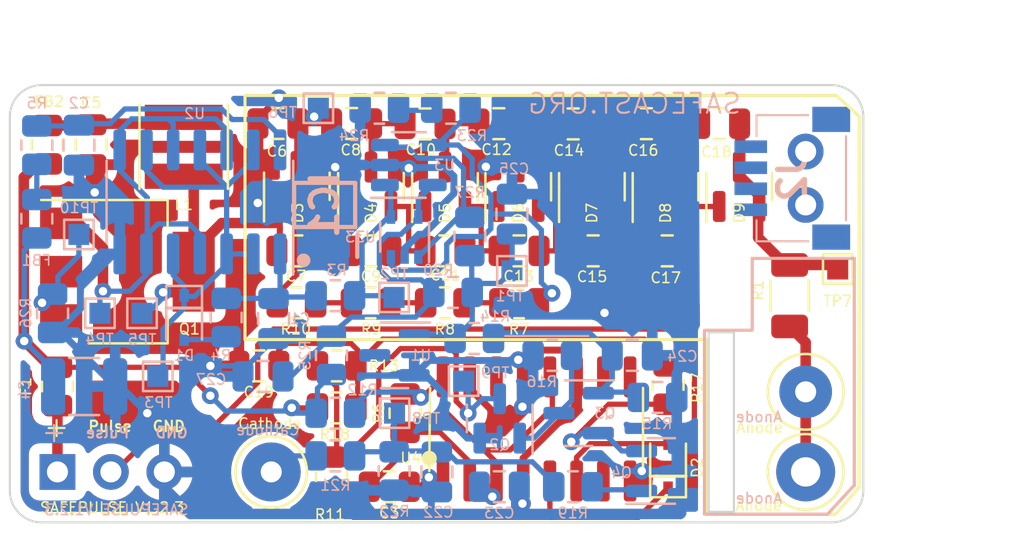
<source format=kicad_pcb>
(kicad_pcb (version 20210722) (generator pcbnew)
  (title_block (title "SafePulse High Voltage Geiger Muller Power Supply") (date "2021-05-15") (rev "V1.2.2"))
  (layers (0 "F.Cu" signal) (1 "In1.Cu" signal) (2 "In2.Cu" signal) (31 "B.Cu" signal) (34 "B.Paste" user) (35 "F.Paste" user) (36 "B.SilkS" user "B.Silkscreen") (37 "F.SilkS" user "F.Silkscreen") (38 "B.Mask" user) (39 "F.Mask" user) (44 "Edge.Cuts" user))
  (net 0 "")
  (net 1 "Net-(C1-Pad1)")
  (net 2 "Net-(C3-Pad1)")
  (net 3 "GND")
  (net 4 "Net-(C7-Pad1)")
  (net 5 "Net-(C7-Pad2)")
  (net 6 "Net-(C24-Pad1)")
  (net 7 "+3V3")
  (net 8 "Net-(Q2-Pad3)")
  (net 9 "Net-(Q2-Pad1)")
  (net 10 "Net-(C2-Pad1)")
  (net 11 "Net-(D1-Pad1)")
  (net 12 "+1V2")
  (net 13 "Net-(Q1-Pad1)")
  (net 14 "Net-(D1-Pad2)")
  (net 15 "Net-(D2-Pad1)")
  (net 16 "Net-(C22-Pad1)")
  (net 17 "Net-(FB1-Pad2)")
  (net 18 "Net-(H1-Pad1)")
  (net 19 "Net-(H2-Pad1)")
  (net 20 "Net-(R8-Pad2)")
  (net 21 "Net-(C19-Pad1)")
  (net 22 "Net-(D2-Pad2)")
  (net 23 "Net-(F1-Pad1)")
  (net 24 "Net-(R10-Pad2)")
  (net 25 "Net-(C23-Pad1)")
  (net 33 "Net-(Q3-Pad2)")
  (net 34 "Net-(Q4-Pad1)")
  (net 35 "Net-(R7-Pad2)")
  (net 36 "Net-(C27-Pad1)")
  (net 37 "Net-(Q1-Pad3)")
  (net 38 "Net-(C6-Pad2)")
  (net 39 "Net-(C10-Pad1)")
  (net 40 "Net-(C11-Pad1)")
  (net 41 "Net-(C10-Pad2)")
  (net 42 "Net-(C11-Pad2)")
  (net 43 "Net-(C12-Pad2)")
  (net 44 "Net-(C13-Pad2)")
  (net 45 "Net-(C14-Pad2)")
  (net 46 "Net-(C15-Pad2)")
  (net 47 "Net-(C16-Pad2)")
  (net 48 "Net-(C17-Pad2)")
  (net 49 "Net-(C18-Pad2)")
  (net 52 "Net-(R23-Pad2)")
  (net 53 "Net-(R27-Pad1)")
  (net 55 "Net-(R3-Pad2)")
  (net 56 "Net-(R23-Pad1)")
  (net 57 "Net-(IC1-Pad6)")
  (net 58 "Net-(IC1-Pad7)")
  (footprint "Capacitor_SMD:C_0805_2012Metric" (layer "F.Cu") (at 146.918666 65.05)
    (fp_text reference "C11")
    (fp_text value "0.1uF" hide)
  )
  (footprint "Resistor_SMD:R_0805_2012Metric" (layer "F.Cu") (at 128.5 71.501 90)
    (fp_text reference "F1")
    (fp_text value "Polyfuse" hide)
  )
  (footprint "Connector_PinHeader_2.54mm:PinHeader_1x02_P2.54mm_Vertical" (layer "F.Cu") (at 164.06 60.325)
    (fp_text reference "two_pinheader1" hide)
    (fp_text value "Conn_01x03_Male" hide)
  )
  (footprint "Capacitor_SMD:C_0805_2012Metric" (layer "F.Cu") (at 143.398333 65.05)
    (fp_text reference "C9")
    (fp_text value "0.1uF" hide)
  )
  (footprint "TestPoint:TestPoint_Loop_D3.50mm_Drill1.4mm_Beaded" (layer "F.Cu") (at 164.06 71.755 90)
    (fp_text reference "H2" hide)
    (fp_text value "Anode")
  )
  (footprint "TestPoint:TestPoint_Loop_D3.50mm_Drill1.4mm_Beaded" (layer "F.Cu") (at 164.06 75.565)
    (fp_text reference "H4" hide)
    (fp_text value "Anode")
  )
  (footprint "Package_TO_SOT_SMD:SOT-23" (layer "F.Cu") (at 157.4 62 90)
    (fp_text reference "D8")
    (fp_text value "BAV23S" hide)
  )
  (footprint "Package_TO_SOT_SMD:SOT-23" (layer "F.Cu") (at 143.4 62 90)
    (fp_text reference "D4")
    (fp_text value "BAV23S" hide)
  )
  (footprint "Capacitor_SMD:C_0805_2012Metric" (layer "F.Cu") (at 149.48 59)
    (fp_text reference "C12")
    (fp_text value "0.1uF" hide)
  )
  (footprint "Capacitor_SMD:C_0805_2012Metric" (layer "F.Cu") (at 150.438999 65.05)
    (fp_text reference "C13")
    (fp_text value "0.1uF" hide)
  )
  (footprint "Resistor_SMD:R_0805_2012Metric" (layer "F.Cu") (at 157.52 71.4325 -90)
    (fp_text reference "R17")
    (fp_text value "499k" hide)
  )
  (footprint "Capacitor_SMD:C_0805_2012Metric" (layer "F.Cu") (at 145.97 59.01)
    (fp_text reference "C10")
    (fp_text value "0.1uF" hide)
  )
  (footprint "Package_TO_SOT_SMD:SOT-23" (layer "F.Cu") (at 139.878 61.976 90)
    (fp_text reference "D3")
    (fp_text value "BAV23S" hide)
  )
  (footprint "Resistor_SMD:R_0805_2012Metric" (layer "F.Cu") (at 146.911998 67.52 180)
    (fp_text reference "R8")
    (fp_text value "22M" hide)
  )
  (footprint "Resistor_SMD:R_0805_2012Metric" (layer "F.Cu") (at 128.02 60 90)
    (fp_text reference "FB2")
    (fp_text value "74279220321" hide)
  )
  (footprint "Resistor_SMD:R_0805_2012Metric" (layer "F.Cu") (at 150.438999 67.52 180)
    (fp_text reference "R7")
    (fp_text value "22M" hide)
  )
  (footprint "Resistor_SMD:R_0805_2012Metric" (layer "F.Cu") (at 145.02 72.77 -90)
    (fp_text reference "R6")
    (fp_text value "121k" hide)
  )
  (footprint "Capacitor_SMD:C_0805_2012Metric" (layer "F.Cu") (at 153.959332 65.05)
    (fp_text reference "C15")
    (fp_text value "0.1uF" hide)
  )
  (footprint "Package_TO_SOT_SMD:SOT-23" (layer "F.Cu") (at 150.4 62 90)
    (fp_text reference "D6")
    (fp_text value "BAV23S" hide)
  )
  (footprint "TestPoint:TestPoint_Loop_D2.60mm_Drill1.4mm_Beaded" (layer "F.Cu") (at 138.66 75.565)
    (fp_text reference "H1" hide)
    (fp_text value "Cathode")
  )
  (footprint "Package_TO_SOT_SMD:SOT-23" (layer "F.Cu") (at 153.9 62 90)
    (fp_text reference "D7")
    (fp_text value "BAV23S" hide)
  )
  (footprint "Capacitor_SMD:C_0805_2012Metric" (layer "F.Cu") (at 138.98 58.99)
    (fp_text reference "C6")
    (fp_text value "0.1uF" hide)
  )
  (footprint "Capacitor_SMD:C_0805_2012Metric" (layer "F.Cu") (at 130.1 60 -90)
    (fp_text reference "C5")
    (fp_text value "10uF" hide)
  )
  (footprint "Connector_PinHeader_2.54mm:PinHeader_1x03_P2.54mm_Vertical" (layer "F.Cu") (at 128.5 75.565 90)
    (fp_text reference "J1" hide)
    (fp_text value "Conn_01x03_Male" hide)
  )
  (footprint "Resistor_SMD:R_1206_3216Metric" (layer "F.Cu") (at 163.298 67.183 -90)
    (fp_text reference "R1")
    (fp_text value "4.99M" hide)
  )
  (footprint "Capacitor_SMD:C_0805_2012Metric" (layer "F.Cu") (at 157.479665 65.05)
    (fp_text reference "C17")
    (fp_text value "0.1uF" hide)
  )
  (footprint "Resistor_SMD:R_0805_2012Metric" (layer "F.Cu") (at 141.77 72.52 180)
    (fp_text reference "R18")
    (fp_text value "1k" hide)
  )
  (footprint "Capacitor_SMD:C_0805_2012Metric" (layer "F.Cu") (at 139.878 65.05)
    (fp_text reference "C7")
    (fp_text value "0.1uF" hide)
  )
  (footprint "Capacitor_SMD:C_0805_2012Metric" (layer "F.Cu") (at 153.01 59.01)
    (fp_text reference "C14")
    (fp_text value "0.1uF" hide)
  )
  (footprint "Inductor_SMD:L_Taiyo-Yuden_MD-4040" (layer "F.Cu") (at 134.5 60.1 -90)
    (fp_text reference "L1")
    (fp_text value "4.7uH" hide)
  )
  (footprint "Resistor_SMD:R_0805_2012Metric" (layer "F.Cu") (at 141.52 75.77 90)
    (fp_text reference "R11")
    (fp_text value "33k" hide)
  )
  (footprint "Resistor_SMD:R_0805_2012Metric" (layer "F.Cu") (at 139.858 67.52)
    (fp_text reference "R10")
    (fp_text value "22M" hide)
  )
  (footprint "Capacitor_SMD:C_0805_2012Metric" (layer "F.Cu") (at 159.97 59)
    (fp_text reference "C18")
    (fp_text value "0.1uF" hide)
  )
  (footprint "Resistor_SMD:R_0805_2012Metric" (layer "F.Cu") (at 143.384999 67.52 180)
    (fp_text reference "R9")
    (fp_text value "22M" hide)
  )
  (footprint "Resistor_SMD:R_0805_2012Metric" (layer "F.Cu") (at 141.77 70.52 180)
    (fp_text reference "R13")
    (fp_text value "100k" hide)
  )
  (footprint "Capacitor_SMD:C_0805_2012Metric" (layer "F.Cu") (at 156.49 59)
    (fp_text reference "C16")
    (fp_text value "0.1uF" hide)
  )
  (footprint "Package_SO:SOIC-16_3.9x9.9mm_P1.27mm" (layer "F.Cu") (at 151.27 73.52 90)
    (fp_text reference "U4")
    (fp_text value "CD14538BM" hide)
  )
  (footprint "Package_TO_SOT_SMD:SOT-223-3_TabPin4" (layer "F.Cu") (at 131.826 66.04)
    (fp_text reference "Q1")
    (fp_text value "FQT7N10L" hide)
  )
  (footprint "Package_TO_SOT_SMD:SOT-23" (layer "F.Cu") (at 160.9 62 90)
    (fp_text reference "D9")
    (fp_text value "BAV23S" hide)
  )
  (footprint "Diode_SMD:D_SOD-323" (layer "F.Cu") (at 157.52 75.27 90)
    (fp_text reference "D2")
    (fp_text value "BAS16J" hide)
  )
  (footprint "TestPoint:TestPoint_Pad_1.0x1.0mm" (layer "F.Cu") (at 165.584 65.913)
    (fp_text reference "TP7")
    (fp_text value "TestPoint" hide)
  )
  (footprint "Capacitor_SMD:C_0805_2012Metric" (layer "F.Cu") (at 138.07 70.52 180)
    (fp_text reference "C19")
    (fp_text value "10uF" hide)
  )
  (footprint "Capacitor_SMD:C_0805_2012Metric" (layer "F.Cu") (at 142.48 58.99)
    (fp_text reference "C8")
    (fp_text value "0.1uF" hide)
  )
  (footprint "Package_TO_SOT_SMD:SOT-23" (layer "F.Cu") (at 146.918666 62 90)
    (fp_text reference "D5")
    (fp_text value "BAV23S" hide)
  )
  (footprint "Capacitor_SMD:C_0805_2012Metric" (layer "F.Cu") (at 144.27 76.27)
    (fp_text reference "C3")
    (fp_text value "1nF" hide)
  )
  (footprint "TestPoint:TestPoint_Pad_1.0x1.0mm" (layer "B.Cu") (at 132.52 68.02 180)
    (fp_text reference "TP5")
    (fp_text value "TestPoint" hide)
  )
  (footprint "Resistor_SMD:R_0805_2012Metric" (layer "B.Cu") (at 141.708 74.803)
    (fp_text reference "R21")
    (fp_text value "47k" hide)
  )
  (footprint "TestPoint:TestPoint_Pad_1.0x1.0mm" (layer "B.Cu") (at 150.1 66 180)
    (fp_text reference "TP1")
    (fp_text value "TestPoint" hide)
  )
  (footprint "Resistor_SMD:R_0805_2012Metric" (layer "B.Cu") (at 141.708 72.771)
    (fp_text reference "R12")
    (fp_text value "100" hide)
  )
  (footprint "Package_TO_SOT_SMD:SOT-23" (layer "B.Cu") (at 153.27 72.77 180)
    (fp_text reference "Q3")
    (fp_text value "MMBT3906" hide)
  )
  (footprint "TestPoint:TestPoint_Pad_1.0x1.0mm" (layer "B.Cu") (at 140.9 58.265 180)
    (fp_text reference "TP6")
    (fp_text value "TestPoint" hide)
  )
  (footprint "Resistor_SMD:R_0805_2012Metric" (layer "B.Cu") (at 143.8 58.265 180)
    (fp_text reference "R24")
    (fp_text value "22k" hide)
  )
  (footprint "Capacitor_SMD:C_0805_2012Metric" (layer "B.Cu") (at 149.5 76.27)
    (fp_text reference "C23")
    (fp_text value "10uF" hide)
  )
  (footprint "Capacitor_SMD:C_0805_2012Metric" (layer "B.Cu") (at 129.52 60.02 -90)
    (fp_text reference "C2")
    (fp_text value "10uF" hide)
  )
  (footprint "TestPoint:TestPoint_Pad_1.0x1.0mm" (layer "B.Cu") (at 133.27 71.02 180)
    (fp_text reference "TP3")
    (fp_text value "TestPoint" hide)
  )
  (footprint "Capacitor_SMD:C_0805_2012Metric" (layer "B.Cu") (at 155.82 70.02)
    (fp_text reference "C24")
    (fp_text value "10nF" hide)
  )
  (footprint "Resistor_SMD:R_0805_2012Metric" (layer "B.Cu") (at 141.52 70.02 90)
    (fp_text reference "R25")
    (fp_text value "100" hide)
  )
  (footprint "Resistor_SMD:R_0805_2012Metric" (layer "B.Cu") (at 144.502 75.52 -90)
    (fp_text reference "R22")
    (fp_text value "20k" hide)
  )
  (footprint "Diode_SMD:D_SOD-323" (layer "B.Cu") (at 134.52 68.22 -90)
    (fp_text reference "D1")
    (fp_text value "BAS16J" hide)
  )
  (footprint "Resistor_SMD:R_0805_2012Metric" (layer "B.Cu") (at 127.52 60.02 -90)
    (fp_text reference "R5")
    (fp_text value "100" hide)
  )
  (footprint "Capacitor_SMD:C_0805_2012Metric" (layer "B.Cu") (at 146.534 75.565 -90)
    (fp_text reference "C22")
    (fp_text value "390pF" hide)
  )
  (footprint "Package_TO_SOT_SMD:SOT-23" (layer "B.Cu") (at 157.2 75.52)
    (fp_text reference "Q4")
    (fp_text value "MMBT3906" hide)
  )
  (footprint "Resistor_SMD:R_0805_2012Metric" (layer "B.Cu") (at 147.3 67.024)
    (fp_text reference "R20")
    (fp_text value "118K" hide)
  )
  (footprint "Package_TO_SOT_SMD:SOT-23" (layer "B.Cu") (at 149.52 73.02 90)
    (fp_text reference "Q2")
    (fp_text value "BC846A" hide)
  )
  (footprint "TestPoint:TestPoint_Pad_1.0x1.0mm" (layer "B.Cu") (at 129.52 64.27 180)
    (fp_text reference "TP10")
    (fp_text value "TestPoint" hide)
  )
  (footprint "Resistor_SMD:R_0805_2012Metric" (layer "B.Cu") (at 147.2 58.265 180)
    (fp_text reference "R23")
    (fp_text value "1.54M" hide)
  )
  (footprint "Capacitor_SMD:C_0805_2012Metric" (layer "B.Cu") (at 138.77 68.27 -90)
    (fp_text reference "C1")
    (fp_text value "150pF" hide)
  )
  (footprint "Resistor_SMD:R_0805_2012Metric" (layer "B.Cu") (at 148.312 69.215)
    (fp_text reference "R14")
    (fp_text value "357k" hide)
  )
  (footprint "TestPoint:TestPoint_Pad_1.0x1.0mm" (layer "B.Cu") (at 144.5 67.265 180)
    (fp_text reference "TP2")
    (fp_text value "TestPoint" hide)
  )
  (footprint "TestPoint:TestPoint_Pad_1.0x1.0mm" (layer "B.Cu") (at 144.52 72.77 180)
    (fp_text reference "TP8")
    (fp_text value "TestPoint" hide)
  )
  (footprint "TestPoint:TestPoint_Pad_1.0x1.0mm" (layer "B.Cu") (at 147.804 71.247 180)
    (fp_text reference "TP9")
    (fp_text value "TestPoint" hide)
  )
  (footprint "Connector_Qwiic:4208" (layer "B.Cu") (at 163.425 61.595 -90)
    (fp_text reference "J2")
    (fp_text value "4208" hide)
  )
  (footprint "Package_SO:SOIC-14_3.9x8.7mm_P1.27mm" (layer "B.Cu") (at 135.27 62.72 90)
    (fp_text reference "U2")
    (fp_text value "74HC14" hide)
  )
  (footprint "Resistor_SMD:R_0805_2012Metric" (layer "B.Cu") (at 128.27 68.02 -90)
    (fp_text reference "R26")
    (fp_text value "0.1E" hide)
  )
  (footprint "Capacitor_SMD:C_0805_2012Metric" (layer "B.Cu") (at 138.27 71.02 180)
    (fp_text reference "C27")
    (fp_text value "10uF" hide)
  )
  (footprint "Resistor_SMD:R_0805_2012Metric" (layer "B.Cu") (at 141.708 67.183)
    (fp_text reference "R3")
    (fp_text value "100K" hide)
  )
  (footprint "Resistor_SMD:R_0805_2012Metric" (layer "B.Cu") (at 136.52 68.22 -90)
    (fp_text reference "R4")
    (fp_text value "10K" hide)
  )
  (footprint "Package_TO_SOT_SMD:SOT-23-5" (layer "B.Cu") (at 145.2 60.965)
    (fp_text reference "U3")
    (fp_text value "TLV27L1DBVT" hide)
  )
  (footprint "Resistor_SMD:R_0805_2012Metric" (layer "B.Cu") (at 157.02 72.02)
    (fp_text reference "R15")
    (fp_text value "220k" hide)
  )
  (footprint "TestPoint:TestPoint_Pad_1.0x1.0mm" (layer "B.Cu") (at 130.52 68.02 180)
    (fp_text reference "TP4")
    (fp_text value "TestPoint" hide)
  )
  (footprint "Package_TO_SOT_SMD:SOT-23" (layer "B.Cu") (at 144.52 70.02 180)
    (fp_text reference "U1")
    (fp_text value "TS4061AILT-1.25" hide)
  )
  (footprint "Resistor_SMD:R_0805_2012Metric" (layer "B.Cu") (at 152.02 70.02 180)
    (fp_text reference "R16")
    (fp_text value "1M" hide)
  )
  (footprint "Capacitor_SMD:C_0805_2012Metric" (layer "B.Cu") (at 150.1 63.3 90)
    (fp_text reference "C25")
    (fp_text value "10nF" hide)
  )
  (footprint "Resistor_SMD:R_0805_2012Metric" (layer "B.Cu") (at 127.52 63.52 90)
    (fp_text reference "FB1")
    (fp_text value "74279220321" hide)
  )
  (footprint "Resistor_SMD:R_0805_2012Metric" (layer "B.Cu") (at 148.1 64.365 -90)
    (fp_text reference "R27")
    (fp_text value "1.54M" hide)
  )
  (footprint "Capacitor_SMD:C_1210_3225Metric" (layer "B.Cu") (at 129.77 71.501)
    (fp_text reference "C4")
    (fp_text value "47uF" hide)
  )
  (footprint "Resistor_SMD:R_0805_2012Metric" (layer "B.Cu") (at 153 76.27 180)
    (fp_text reference "R19")
    (fp_text value "100k" hide)
  )
  (footprint "Counters:SOP65P400X80-8N" (layer "B.Cu") (at 141.2 62.865 90)
    (fp_text reference "IC1")
    (fp_text value "S-35770E01I-K8T2U" hide)
  )
  (footprint "Package_TO_SOT_SMD:SOT-353_SC-70-5" (layer "B.Cu") (at 145 64.389 90)
    (fp_text reference "U33")
    (fp_text value "MAX9910EXK+T" hide)
  )
  (gr_line (start 159.27 77.575) (end 165.1 77.575) (layer "B.SilkS") (width 0.15))
  (gr_line (start 166.37 76.2) (end 165.1 77.575) (layer "B.SilkS") (width 0.15))
  (gr_line (start 159.27 68.825) (end 161.495 68.825) (layer "B.SilkS") (width 0.15))
  (gr_line (start 161.52 65.405) (end 166.37 65.405) (layer "B.SilkS") (width 0.15))
  (gr_line (start 133.67 67.77) (end 135.37 67.77) (layer "B.SilkS") (width 0.15))
  (gr_line (start 166.37 65.405) (end 166.37 76.2) (layer "B.SilkS") (width 0.15))
  (gr_line (start 159.25 68.835) (end 159.25 77.575) (layer "B.SilkS") (width 0.15))
  (gr_circle (center 140.2 65.5) (end 139.95 65.5) (layer "B.SilkS") (width 0.15) (fill solid))
  (gr_line (start 161.52 68.825) (end 161.52 65.405) (layer "B.SilkS") (width 0.15))
  (gr_line (start 137.414 69.27) (end 159.4 69.27) (layer "F.SilkS") (width 0.15))
  (gr_line (start 158.37 75.77) (end 156.67 75.77) (layer "F.SilkS") (width 0.15))
  (gr_line (start 159.4 69.27) (end 159.4 77.57) (layer "F.SilkS") (width 0.15))
  (gr_line (start 159.4 77.585) (end 165.471 77.580787) (layer "F.SilkS") (width 0.15))
  (gr_line (start 137.414 69.27) (end 137.414 57.658) (layer "F.SilkS") (width 0.15))
  (gr_line (start 166.597 76.3) (end 165.471 77.580787) (layer "F.SilkS") (width 0.15))
  (gr_line (start 166.604 58.658) (end 166.597 76.3) (layer "F.SilkS") (width 0.15))
  (gr_line (start 165.52 57.658) (end 137.414 57.658) (layer "F.SilkS") (width 0.15))
  (gr_line (start 165.52 57.658) (end 166.604 58.658) (layer "F.SilkS") (width 0.15))
  (gr_arc (start 165.3 76.465) (end 166.8 76.465) (angle 90) (layer "Edge.Cuts") (width 0.1))
  (gr_line (start 165.3 77.965) (end 127.738 77.965) (layer "Edge.Cuts") (width 0.1))
  (gr_line (start 166.8 58.665) (end 166.8 76.465) (layer "Edge.Cuts") (width 0.1))
  (gr_arc (start 127.738 58.665) (end 126.238 58.665) (angle 90) (layer "Edge.Cuts") (width 0.1))
  (gr_arc (start 165.3 58.665) (end 165.3 57.165) (angle 90) (layer "Edge.Cuts") (width 0.1))
  (gr_rect (start 159.45 68.925) (end 160.65 77.465) (layer "Edge.Cuts") (width 0.1) (fill none))
  (gr_line (start 165.3 57.165) (end 127.738 57.165) (layer "Edge.Cuts") (width 0.1))
  (gr_arc (start 127.738 76.465) (end 126.238 76.465) (angle -90) (layer "Edge.Cuts") (width 0.1))
  (gr_line (start 126.238 76.465) (end 126.238 58.665) (layer "Edge.Cuts") (width 0.1))
  (gr_text "GND\n" (at 133.925 73.7) (layer "B.SilkS") (effects (font (size 0.5 0.5) (thickness 0.1)) (justify mirror)))
  (gr_text "SAFECAST.ORG" (at 155.93 58.045) (layer "B.SilkS") (effects (font (size 0.95 0.95) (thickness 0.1)) (justify mirror)))
  (gr_text "+" (at 128.341 73.64) (layer "B.SilkS") (effects (font (size 1 1) (thickness 0.1)) (justify mirror)))
  (gr_text "SAFEPULSE V1.2.3\n" (at 131.3 77.365) (layer "B.SilkS") (effects (font (size 0.5 0.5) (thickness 0.075)) (justify mirror)))
  (gr_text "Pulse" (at 130.881 73.7) (layer "B.SilkS") (effects (font (size 0.5 0.5) (thickness 0.1)) (justify mirror)))
  (gr_text "SAFEPULSE V1.2.3\n" (at 131.1 77.265) (layer "F.SilkS") (effects (font (size 0.5 0.5) (thickness 0.075))))
  (gr_text "+" (at 128.46 73.4) (layer "F.SilkS") (effects (font (size 1 1) (thickness 0.1))))
  (gr_text "Pulse" (at 131 73.4) (layer "F.SilkS") (effects (font (size 0.5 0.5) (thickness 0.1))))
  (gr_text "GND\n" (at 133.794 73.4) (layer "F.SilkS") (effects (font (size 0.5 0.5) (thickness 0.1))))
  (via (at 149.17 76.7435) (size 0.8) (drill 0.4) (layers "F.Cu" "B.Cu") (net 0))
  (via (at 145.77 72.02) (size 0.8) (drill 0.4) (layers "F.Cu" "B.Cu") (net 0))
  (segment (start 138.77 67.32) (end 138.845 67.245) (width 0.25) (layer "B.Cu") (net 1))
  (segment (start 138.758 67.3075) (end 138.77 67.32) (width 0.25) (layer "B.Cu") (net 1))
  (segment (start 139.08 65.195) (end 139.08 67.01) (width 0.25) (layer "B.Cu") (net 1))
  (segment (start 139.08 67.01) (end 138.77 67.32) (width 0.25) (layer "B.Cu") (net 1))
  (segment (start 138.845 67.245) (end 140.3825 67.245) (width 0.25) (layer "B.Cu") (net 1))
  (segment (start 136.52 67.3075) (end 138.758 67.3075) (width 0.25) (layer "B.Cu") (net 1))
  (segment (start 143.32 76.27) (end 145.02 74.57) (width 0.25) (layer "F.Cu") (net 2))
  (segment (start 148.095 75.095) (end 146.6825 73.6825) (width 0.25) (layer "F.Cu") (net 2))
  (segment (start 148.095 76.695) (end 148.095 75.995) (width 0.25) (layer "F.Cu") (net 2))
  (segment (start 145.02 74.57) (end 145.02 73.6825) (width 0.25) (layer "F.Cu") (net 2))
  (segment (start 148.095 75.995) (end 148.095 75.095) (width 0.25) (layer "F.Cu") (net 2))
  (segment (start 146.6825 73.6825) (end 145.02 73.6825) (width 0.25) (layer "F.Cu") (net 2))
  (segment (start 150.6 72.465) (end 150.045 73.02) (width 0.3302) (layer "F.Cu") (net 3))
  (segment (start 153.175 71.045) (end 153.175 72.365) (width 0.3302) (layer "F.Cu") (net 3))
  (segment (start 150.635 74.905) (end 150.635 75.995) (width 0.3302) (layer "F.Cu") (net 3))
  (segment (start 130.5 62.04) (end 130.27 62.27) (width 0.5) (layer "F.Cu") (net 3))
  (segment (start 130.5 60.95) (end 130.5 62.04) (width 0.5) (layer "F.Cu") (net 3))
  (segment (start 155.795 75.995) (end 155.715 75.995) (width 0.3302) (layer "F.Cu") (net 3))
  (segment (start 146.825 76.467) (end 146.825 75.995) (width 0.3302) (layer "F.Cu") (net 3))
  (segment (start 146.495 75.995) (end 146.825 75.995) (width 0.3302) (layer "F.Cu") (net 3))
  (segment (start 148.095 71.595) (end 148.095 71.045) (width 0.3302) (layer "F.Cu") (net 3))
  (segment (start 156.27 75.52) (end 155.795 75.995) (width 0.3302) (layer "F.Cu") (net 3))
  (segment (start 135.77 70.52) (end 137.12 70.52) (width 0.3302) (layer "F.Cu") (net 3))
  (segment (start 138.02 59.03) (end 138.05 59) (width 0.3302) (layer "F.Cu") (net 3))
  (segment (start 151 69.77) (end 152.83 69.77) (width 0.3302) (layer "F.Cu") (net 3))
  (segment (start 149.52 73.02) (end 148.095 71.595) (width 0.3302) (layer "F.Cu") (net 3))
  (segment (start 145.77 76.27) (end 146.27 75.77) (width 0.3302) (layer "F.Cu") (net 3))
  (segment (start 146.27 75.77) (end 146.495 75.995) (width 0.3302) (layer "F.Cu") (net 3))
  (segment (start 150.52 75.88) (end 150.635 75.995) (width 0.3302) (layer "F.Cu") (net 3))
  (segment (start 138.05 59) (end 138.05 58.65) (width 0.3302) (layer "F.Cu") (net 3))
  (segment (start 152.83 69.77) (end 153.175 70.115) (width 0.3302) (layer "F.Cu") (net 3))
  (segment (start 138.05 58.74) (end 139.02 57.77) (width 0.3302) (layer "F.Cu") (net 3))
  (segment (start 138.02 62.77) (end 138.02 59.03) (width 0.3302) (layer "F.Cu") (net 3))
  (segment (start 138.05 59) (end 138.05 58.74) (width 0.3302) (layer "F.Cu") (net 3))
  (segment (start 150.635 70.135) (end 151 69.77) (width 0.3302) (layer "F.Cu") (net 3))
  (segment (start 145.22 76.27) (end 145.77 76.27) (width 0.3302) (layer "F.Cu") (net 3))
  (segment (start 153.175 70.115) (end 153.175 71.045) (width 0.3302) (layer "F.Cu") (net 3))
  (segment (start 150.045 73.02) (end 149.52 73.02) (width 0.3302) (layer "F.Cu") (net 3))
  (segment (start 153.175 72.365) (end 150.635 74.905) (width 0.3302) (layer "F.Cu") (net 3))
  (segment (start 150.635 71.045) (end 150.635 70.135) (width 0.3302) (layer "F.Cu") (net 3))
  (via (at 145.2 61.113817) (size 0.8) (drill 0.4) (layers "F.Cu" "B.Cu") (net 3))
  (via (at 154.5 68) (size 0.8) (drill 0.4) (layers "F.Cu" "B.Cu") (net 3))
  (via (at 146.153 75.819) (size 0.8) (drill 0.4) (layers "F.Cu" "B.Cu") (net 3))
  (via (at 150.4 70.231) (size 0.8) (drill 0.4) (layers "F.Cu" "B.Cu") (net 3))
  (via (at 150.6 77.0725) (size 0.8) (drill 0.4) (layers "F.Cu" "B.Cu") (net 3))
  (via (at 132.77 72.77) (size 0.8) (drill 0.4) (layers "F.Cu" "B.Cu") (net 3))
  (via (at 141.7 61.065) (size 0.8) (drill 0.4) (layers "F.Cu" "B.Cu") (net 3))
  (via (at 148.861441 61.04987) (size 0.8) (drill 0.4) (layers "F.Cu" "B.Cu") (net 3))
  (via (at 138.02 62.77) (size 0.8) (drill 0.4) (layers "F.Cu" "B.Cu") (net 3))
  (via (at 156.27 75.52) (size 0.8) (drill 0.4) (layers "F.Cu" "B.Cu") (net 3))
  (via (at 150.6 72.465) (size 0.8) (drill 0.4) (layers "F.Cu" "B.Cu") (net 3))
  (via (at 135.77 70.52) (size 0.8) (drill 0.4) (layers "F.Cu" "B.Cu") (net 3))
  (via (at 130.27 62.27) (size 0.8) (drill 0.4) (layers "F.Cu" "B.Cu") (net 3))
  (via (at 139.02 57.77) (size 0.8) (drill 0.4) (layers "F.Cu" "B.Cu") (net 3))
  (segment (start 150.6 72.465) (end 150.4 72.665) (width 0.3302) (layer "B.Cu") (net 3))
  (segment (start 158.1375 77.5165) (end 158.141 77.52) (width 0.3302) (layer "B.Cu") (net 3))
  (segment (start 130.27 62.27) (end 129.52 61.52) (width 0.3302) (layer "B.Cu") (net 3))
  (segment (start 139.02 57.77) (end 139.25 58) (width 0.3302) (layer "B.Cu") (net 3))
  (segment (start 128.4525 68.9325) (end 128.27 68.9325) (width 0.3302) (layer "B.Cu") (net 3))
  (segment (start 131.318 70.612) (end 131.318 70.568) (width 0.25) (layer "B.Cu") (net 3))
  (segment (start 146.88 72.855) (end 147.9825 73.9575) (width 0.3302) (layer "B.Cu") (net 3))
  (segment (start 131.318 71.3415) (end 131.342 71.3415) (width 0.25) (layer "B.Cu") (net 3))
  (segment (start 137.52 70.52) (end 135.77 70.52) (width 0.25) (layer "B.Cu") (net 3))
  (segment (start 146.27 76.47) (end 146.27 77.52) (width 0.3302) (layer "B.Cu") (net 3))
  (segment (start 131.46 65.195) (end 131.46 63.465) (width 0.3302) (layer "B.Cu") (net 3))
  (segment (start 147.9825 73.9575) (end 148.57 73.9575) (width 0.3302) (layer "B.Cu") (net 3))
  (segment (start 131.46 65.195) (end 131.2 65.195) (width 0.3302) (layer "B.Cu") (net 3))
  (segment (start 146.6 63.065) (end 146.6 63.565) (width 0.3302) (layer "B.Cu") (net 3))
  (segment (start 150.08338 70.20662) (end 150.025 70.265) (width 0.3302) (layer "B.Cu") (net 3))
  (segment (start 131.501 71.501) (end 132.77 72.77) (width 0.3302) (layer "B.Cu") (net 3))
  (segment (start 133.58 75.565) (end 133.58 76.33) (width 0.3302) (layer "B.Cu") (net 3))
  (segment (start 144.0625 60.965) (end 145.051183 60.965) (width 0.3302) (layer "B.Cu") (net 3))
  (segment (start 156.27 75.52) (end 157.4575 75.52) (width 0.3302) (layer "B.Cu") (net 3))
  (segment (start 146.6 63.565) (end 145.9 64.265) (width 0.3302) (layer "B.Cu") (net 3))
  (segment (start 150.22 76.27) (end 150.22 77.47) (width 0.3302) (layer "B.Cu") (net 3))
  (segment (start 129.52 61.52) (end 129.52 60.97) (width 0.3302) (layer "B.Cu") (net 3))
  (segment (start 132.77 72.77) (end 133.52 72.77) (width 0.3302) (layer "B.Cu") (net 3))
  (segment (start 157.9325 72.02) (end 157.9325 75.315) (width 0.5) (layer "B.Cu") (net 3))
  (segment (start 144.27 76.4325) (end 144.27 77.52) (width 0.3302) (layer "B.Cu") (net 3))
  (segment (start 138.77 69.22) (end 138.77 69.27) (width 0.25) (layer "B.Cu") (net 3))
  (segment (start 131.46 63.465) (end 130.27 62.275) (width 0.3302) (layer "B.Cu") (net 3))
  (segment (start 133.58 73.58) (end 132.77 72.77) (width 0.3302) (layer "B.Cu") (net 3))
  (segment (start 146.1625 70.265) (end 145.4575 70.97) (width 0.3302) (layer "B.Cu") (net 3))
  (segment (start 145 64.9391) (end 145 65.339) (width 0.3302) (layer "B.Cu") (net 3))
  (segment (start 128.6765 68.9325) (end 128.27 68.9325) (width 0.3302) (layer "B.Cu") (net 3))
  (segment (start 145.226817 61.087) (end 146.932 61.087) (width 0.3302) (layer "B.Cu") (net 3))
  (segment (start 145.4575 70.97) (end 145.4575 70.8325) (width 0.3302) (layer "B.Cu") (net 3))
  (segment (start 145.051183 60.965) (end 145.2 61.113817) (width 0.3302) (layer "B.Cu") (net 3))
  (segment (start 158.096 77.565) (end 158.141 77.52) (width 0.5) (layer "B.Cu") (net 3))
  (segment (start 146.932 61.087) (end 147.34 61.495) (width 0.3302) (layer "B.Cu") (net 3))
  (segment (start 131.245 71.501) (end 128.6765 68.9325) (width 0.3302) (layer "B.Cu") (net 3))
  (segment (start 138.77 69.22) (end 138.57 69.22) (width 0.25) (layer "B.Cu") (net 3))
  (segment (start 131.2 65.195) (end 129.59 66.805) (width 0.3302) (layer "B.Cu") (net 3))
  (segment (start 138.77 69.27) (end 137.52 70.52) (width 0.25) (layer "B.Cu") (net 3))
  (segment (start 147.34 61.495) (end 147.34 62.325) (width 0.3302) (layer "B.Cu") (net 3))
  (segment (start 129.59 67.795) (end 128.4525 68.9325) (width 0.3302) (layer "B.Cu") (net 3))
  (segment (start 133.58 75.565) (end 133.58 73.58) (width 0.3302) (layer "B.Cu") (net 3))
  (segment (start 138.09 62.7) (end 138.02 62.77) (width 0.3302) (layer "B.Cu") (net 3))
  (segment (start 133.52 72.77) (end 135.77 70.52) (width 0.3302) (layer "B.Cu") (net 3))
  (segment (start 129.59 66.805) (end 129.59 67.795) (width 0.3302) (layer "B.Cu") (net 3))
  (segment (start 157.9325 75.315) (end 158.1375 75.52) (width 0.3302) (layer "B.Cu") (net 3))
  (segment (start 145.9 64.265) (end 145.6741 64.265) (width 0.3302) (layer "B.Cu") (net 3))
  (segment (start 131.318 70.568) (end 131.318 70.612) (width 0.25) (layer "B.Cu") (net 3))
  (segment (start 146.27 75.77) (end 146.27 76.47) (width 0.3302) (layer "B.Cu") (net 3))
  (segment (start 145.4575 70.97) (end 146.005 70.97) (width 0.3302) (layer "B.Cu") (net 3))
  (segment (start 131.318 71.3415) (end 131.318 70.612) (width 0.25) (layer "B.Cu") (net 3))
  (segment (start 134.815 77.565) (end 158.096 77.565) (width 0.5) (layer "B.Cu") (net 3))
  (segment (start 130.27 62.275) (end 130.27 62.27) (width 0.3302) (layer "B.Cu") (net 3))
  (segment (start 150.025 70.265) (end 146.1625 70.265) (width 0.3302) (layer "B.Cu") (net 3))
  (segment (start 131.245 71.501) (end 131.501 71.501) (width 0.3302) (layer "B.Cu") (net 3))
  (segment (start 131.318 72.068) (end 131.318 71.3415) (width 0.5) (layer "B.Cu") (net 3))
  (segment (start 146.88 71.845) (end 146.88 72.855) (width 0.3302) (layer "B.Cu") (net 3))
  (segment (start 158.1375 75.52) (end 158.1375 77.5165) (width 0.5) (layer "B.Cu") (net 3))
  (segment (start 133.58 76.33) (end 134.815 77.565) (width 0.5) (layer "B.Cu") (net 3))
  (segment (start 145.6741 64.265) (end 145 64.9391) (width 0.3302) (layer "B.Cu") (net 3))
  (segment (start 145.2 61.113817) (end 145.226817 61.087) (width 0.3302) (layer "B.Cu") (net 3))
  (segment (start 150.4 72.665) (end 150.393382 72.665) (width 0.3302) (layer "B.Cu") (net 3))
  (segment (start 151.02 69.4794) (end 151.02 70.569) (width 0.25) (layer "B.Cu") (net 3))
  (segment (start 147.34 62.325) (end 146.6 63.065) (width 0.3302) (layer "B.Cu") (net 3))
  (segment (start 146.005 70.97) (end 146.88 71.845) (width 0.3302) (layer "B.Cu") (net 3))
  (segment (start 134.976 64.064) (end 134.976 61.876) (width 0.5) (layer "F.Cu") (net 4))
  (segment (start 134.568 61.468) (end 134.5 61.4) (width 0.25) (layer "F.Cu") (net 4))
  (segment (start 139.05 64.03) (end 139.05 65) (width 0.25) (layer "F.Cu") (net 4))
  (segment (start 139.088 63.656) (end 139.088 63.992) (width 0.25) (layer "F.Cu") (net 4))
  (segment (start 134.976 66.04) (end 134.976 64.064) (width 0.5) (layer "F.Cu") (net 4))
  (segment (start 134.5 61.4) (end 134.609 61.4) (width 0.25) (layer "F.Cu") (net 4))
  (segment (start 138.873 63.726) (end 138.943 63.656) (width 0.25) (layer "F.Cu") (net 4))
  (segment (start 136.314 63.726) (end 134.976 65.064) (width 0.5) (layer "F.Cu") (net 4))
  (segment (start 133.4 61.4) (end 134.5 61.4) (width 0.25) (layer "F.Cu") (net 4))
  (segment (start 134.976 64.064) (end 134.976 66.04) (width 0.25) (layer "F.Cu") (net 4))
  (segment (start 138.873 63.726) (end 136.314 63.726) (width 0.5) (layer "F.Cu") (net 4))
  (segment (start 139.088 63.992) (end 139.05 64.03) (width 0.25) (layer "F.Cu") (net 4))
  (segment (start 133.52 67.02) (end 133.996 67.02) (width 0.5) (layer "F.Cu") (net 4))
  (segment (start 139.004 63.5954) (end 139.004 62.9135) (width 0.25) (layer "F.Cu") (net 4))
  (segment (start 138.943 63.656) (end 139.088 63.656) (width 0.25) (layer "F.Cu") (net 4))
  (segment (start 139.088 63.992) (end 139.088 64.328) (width 0.25) (layer "F.Cu") (net 4))
  (segment (start 138.943 63.656) (end 139.004 63.5954) (width 0.25) (layer "F.Cu") (net 4))
  (segment (start 134.568 61.468) (end 134.5 61.4) (width 0.25) (layer "F.Cu") (net 4))
  (segment (start 134.976 61.876) (end 134.568 61.468) (width 0.25) (layer "F.Cu") (net 4))
  (segment (start 134.976 65.064) (end 134.976 66.04) (width 0.5) (layer "F.Cu") (net 4))
  (via (at 133.52 67.02) (size 0.8) (drill 0.4) (layers "F.Cu" "B.Cu") (net 4))
  (segment (start 133.52 67.27) (end 133.52 67.02) (width 0.25) (layer "B.Cu") (net 4))
  (segment (start 132.52 68.27) (end 133.52 67.27) (width 0.25) (layer "B.Cu") (net 4))
  (segment (start 141.6295 65.0275) (end 141.607 65.05) (width 0.25) (layer "F.Cu") (net 5))
  (segment (start 142.448333 65.05) (end 141.607 65.05) (width 0.25) (layer "F.Cu") (net 5))
  (segment (start 141.6295 62.9135) (end 142.424333 62.9135) (width 0.25) (layer "F.Cu") (net 5))
  (segment (start 141.607 65.05) (end 140.828 65.05) (width 0.25) (layer "F.Cu") (net 5))
  (segment (start 142.628 62.859) (end 142.55 62.9375) (width 0.25) (layer "F.Cu") (net 5))
  (segment (start 141.6295 62.9135) (end 141.6295 65.0275) (width 0.25) (layer "F.Cu") (net 5))
  (segment (start 140.828 62.9135) (end 141.6295 62.9135) (width 0.25) (layer "F.Cu") (net 5))
  (segment (start 142.526 62.9135) (end 142.55 62.9375) (width 0.25) (layer "F.Cu") (net 5))
  (segment (start 142.424333 62.9135) (end 142.448333 62.9375) (width 0.25) (layer "F.Cu") (net 5))
  (segment (start 156.1075 72.02) (end 155.8575 71.77) (width 0.25) (layer "B.Cu") (net 6))
  (segment (start 154.87 70.02) (end 153.805 68.955) (width 0.25) (layer "B.Cu") (net 6))
  (segment (start 149.4845 68.955) (end 149.2245 69.215) (width 0.25) (layer "B.Cu") (net 6))
  (segment (start 155.8575 71.77) (end 154.2575 71.77) (width 0.25) (layer "B.Cu") (net 6))
  (segment (start 154.87 70.02) (end 154.87 71.1575) (width 0.25) (layer "B.Cu") (net 6))
  (segment (start 153.805 68.955) (end 149.4845 68.955) (width 0.25) (layer "B.Cu") (net 6))
  (segment (start 154.2575 71.77) (end 154.2075 71.82) (width 0.25) (layer "B.Cu") (net 6))
  (segment (start 154.87 71.1575) (end 154.2075 71.82) (width 0.25) (layer "B.Cu") (net 6))
  (segment (start 154.87 70.02) (end 154.77 70.02) (width 0.25) (layer "B.Cu") (net 6))
  (segment (start 154.3075 71.92) (end 154.2075 71.82) (width 0.25) (layer "B.Cu") (net 6))
  (segment (start 154.308 71.92) (end 154.3075 71.92) (width 0.25) (layer "B.Cu") (net 6))
  (segment (start 154.308 71.92) (end 154.208 71.82) (width 0.25) (layer "B.Cu") (net 6))
  (segment (start 156.108 72.02) (end 156.1075 72.02) (width 0.25) (layer "B.Cu") (net 6))
  (segment (start 126.9 61.556) (end 127.5235 60.9325) (width 0.5) (layer "F.Cu") (net 7))
  (segment (start 134.4121 70.5885) (end 128.5 70.5885) (width 0.25) (layer "F.Cu") (net 7))
  (segment (start 127.5235 60.9325) (end 128.02 60.9325) (width 0.5) (layer "F.Cu") (net 7))
  (segment (start 128 60.9125) (end 127.391 60.9125) (width 0.25) (layer "F.Cu") (net 7))
  (segment (start 139.6345 72.517) (end 139.6375 72.52) (width 0.25) (layer "F.Cu") (net 7))
  (segment (start 139.6375 72.52) (end 140.9455 72.52) (width 0.25) (layer "F.Cu") (net 7))
  (segment (start 126.756 69.3424) (end 126.9 69.1984) (width 0.5) (layer "F.Cu") (net 7))
  (segment (start 128.499 70.5875) (end 128.5 70.5885) (width 0.25) (layer "F.Cu") (net 7))
  (segment (start 128.412 70.5) (end 128.1 70.5) (width 0.5) (layer "F.Cu") (net 7))
  (segment (start 128.151 70.5875) (end 128.499 70.5875) (width 0.25) (layer "F.Cu") (net 7))
  (segment (start 128.5 70.5875) (end 128.412 70.5) (width 0.25) (layer "F.Cu") (net 7))
  (segment (start 126.9209 69.3424) (end 126.756 69.3424) (width 0.25) (layer "F.Cu") (net 7))
  (segment (start 135.7647 71.9411) (end 134.4121 70.5885) (width 0.25) (layer "F.Cu") (net 7))
  (segment (start 128.1 70.5) (end 126.9424 69.3424) (width 0.5) (layer "F.Cu") (net 7))
  (segment (start 126.9424 69.3424) (end 126.9209 69.3424) (width 0.5) (layer "F.Cu") (net 7))
  (segment (start 128.499 70.5875) (end 128.5 70.5875) (width 0.25) (layer "F.Cu") (net 7))
  (segment (start 127.391 60.9125) (end 128 60.9125) (width 0.25) (layer "F.Cu") (net 7))
  (segment (start 126.9 69.1984) (end 126.9 61.556) (width 0.5) (layer "F.Cu") (net 7))
  (via (at 139.6345 72.517) (size 0.8) (drill 0.4) (layers "F.Cu" "B.Cu") (net 7))
  (via (at 135.7647 71.9411) (size 0.8) (drill 0.4) (layers "F.Cu" "B.Cu") (net 7))
  (via (at 126.9209 69.3424) (size 0.8) (drill 0.4) (layers "F.Cu" "B.Cu") (net 7))
  (segment (start 128.368 71.3415) (end 128.368 70.7895) (width 0.25) (layer "B.Cu") (net 7))
  (segment (start 139.6345 72.6686) (end 136.4922 72.6686) (width 0.25) (layer "B.Cu") (net 7))
  (segment (start 139.7359 72.77) (end 139.6345 72.6686) (width 0.25) (layer "B.Cu") (net 7))
  (segment (start 140.8575 72.77) (end 140.8575 71.595) (width 0.25) (layer "B.Cu") (net 7))
  (segment (start 136.4922 72.6686) (end 135.7647 71.9411) (width 0.25) (layer "B.Cu") (net 7))
  (segment (start 127.0831 69.1802) (end 126.9209 69.3424) (width 0.25) (layer "B.Cu") (net 7))
  (segment (start 140.3793 72.77) (end 139.7359 72.77) (width 0.25) (layer "B.Cu") (net 7))
  (segment (start 128.368 70.7895) (end 126.9209 69.3424) (width 0.25) (layer "B.Cu") (net 7))
  (segment (start 126.9209 65.0316) (end 127.52 64.4325) (width 0.25) (layer "B.Cu") (net 7))
  (segment (start 140.695 72.77) (end 140.695 72.4543) (width 0.25) (layer "B.Cu") (net 7))
  (segment (start 126.9209 69.3424) (end 126.9209 65.0316) (width 0.25) (layer "B.Cu") (net 7))
  (segment (start 140.8575 71.595) (end 141.52 70.9325) (width 0.25) (layer "B.Cu") (net 7))
  (segment (start 140.695 72.4543) (end 140.3793 72.77) (width 0.25) (layer "B.Cu") (net 7))
  (segment (start 139.6345 72.6686) (end 139.6345 72.517) (width 0.25) (layer "B.Cu") (net 7))
  (segment (start 141.77 71.52) (end 141.77 74.6075) (width 0.25) (layer "F.Cu") (net 8))
  (segment (start 143.77 70.73) (end 144.8 69.7) (width 0.25) (layer "F.Cu") (net 8))
  (segment (start 142.1825 74.8575) (end 143.77 73.27) (width 0.25) (layer "F.Cu") (net 8))
  (segment (start 141.77 74.6075) (end 141.52 74.8575) (width 0.25) (layer "F.Cu") (net 8))
  (segment (start 147.45 72.2) (end 148.02 72.77) (width 0.25) (layer "F.Cu") (net 8))
  (segment (start 143.77 73.27) (end 143.77 70.73) (width 0.25) (layer "F.Cu") (net 8))
  (segment (start 147.2 69.7) (end 147.45 69.95) (width 0.25) (layer "F.Cu") (net 8))
  (segment (start 140.8575 70.52) (end 140.8575 70.6075) (width 0.25) (layer "F.Cu") (net 8))
  (segment (start 144.8 69.7) (end 147.2 69.7) (width 0.25) (layer "F.Cu") (net 8))
  (segment (start 147.45 69.95) (end 147.45 72.2) (width 0.25) (layer "F.Cu") (net 8))
  (segment (start 140.8575 70.6075) (end 141.77 71.52) (width 0.25) (layer "F.Cu") (net 8))
  (via (at 148.02 72.77) (size 0.8) (drill 0.4) (layers "F.Cu" "B.Cu") (net 8))
  (segment (start 148.7075 72.0825) (end 149.52 72.0825) (width 0.25) (layer "B.Cu") (net 8))
  (segment (start 149.4575 72.02) (end 149.5133 72.0757) (width 0.25) (layer "B.Cu") (net 8))
  (segment (start 148.02 71.385) (end 148.02 72.77) (width 0.25) (layer "B.Cu") (net 8))
  (segment (start 147.9 71.265) (end 148.02 71.385) (width 0.25) (layer "B.Cu") (net 8))
  (segment (start 148.02 72.77) (end 148.7075 72.0825) (width 0.25) (layer "B.Cu") (net 8))
  (segment (start 149.5133 72.0757) (end 149.52 72.0825) (width 0.25) (layer "B.Cu") (net 8))
  (segment (start 151.7385 73.3637) (end 152.332 72.77) (width 0.25) (layer "B.Cu") (net 9))
  (segment (start 150.47 73.9575) (end 151.145 73.9575) (width 0.25) (layer "B.Cu") (net 9))
  (segment (start 152.9325 72.17) (end 152.3325 72.77) (width 0.25) (layer "B.Cu") (net 9))
  (segment (start 151.7385 73.3637) (end 151.7388 73.3637) (width 0.25) (layer "B.Cu") (net 9))
  (segment (start 152.9325 70.02) (end 152.9325 72.17) (width 0.25) (layer "B.Cu") (net 9))
  (segment (start 151.145 73.9575) (end 151.7385 73.3637) (width 0.25) (layer "B.Cu") (net 9))
  (segment (start 151.7388 73.3637) (end 152.3325 72.77) (width 0.25) (layer "B.Cu") (net 9))
  (segment (start 136.3 58.3) (end 136.8 58.8) (width 0.25) (layer "B.Cu") (net 10))
  (segment (start 136.8 58.8) (end 138.3 58.8) (width 0.25) (layer "B.Cu") (net 10))
  (segment (start 131.7 58.3) (end 136.3 58.3) (width 0.25) (layer "B.Cu") (net 10))
  (segment (start 129.52 59.07) (end 129.59 59) (width 0.25) (layer "B.Cu") (net 10))
  (segment (start 127.52 59.1075) (end 129.4825 59.1075) (width 0.25) (layer "B.Cu") (net 10))
  (segment (start 139.08 59.58) (end 139.08 60.245) (width 0.25) (layer "B.Cu") (net 10))
  (segment (start 129.59 59) (end 131 59) (width 0.25) (layer "B.Cu") (net 10))
  (segment (start 129.4825 59.1075) (end 129.52 59.07) (width 0.25) (layer "B.Cu") (net 10))
  (segment (start 138.3 58.8) (end 139.08 59.58) (width 0.25) (layer "B.Cu") (net 10))
  (segment (start 131 59) (end 131.7 58.3) (width 0.25) (layer "B.Cu") (net 10))
  (segment (start 132.73 60.245) (end 132.73 59.76) (width 0.25) (layer "B.Cu") (net 11))
  (segment (start 137.81 60.245) (end 137.81 60.73) (width 0.25) (layer "B.Cu") (net 11))
  (segment (start 132.73 61.23) (end 133.52 62.02) (width 0.25) (layer "B.Cu") (net 11))
  (segment (start 134.52 67.77) (end 133.52 68.77) (width 0.25) (layer "B.Cu") (net 11))
  (segment (start 134.52 67.17) (end 134.52 66.72) (width 0.25) (layer "B.Cu") (net 11))
  (segment (start 134.52 66.72) (end 134 66.2) (width 0.25) (layer "B.Cu") (net 11))
  (segment (start 136.54 65.7) (end 135.02 67.22) (width 0.25) (layer "B.Cu") (net 11))
  (segment (start 132.73 60.245) (end 132.73 61.23) (width 0.25) (layer "B.Cu") (net 11))
  (segment (start 135.27 60.245) (end 135.27 61.02) (width 0.25) (layer "B.Cu") (net 11))
  (segment (start 137.77 60.285) (end 137.81 60.245) (width 0.25) (layer "B.Cu") (net 11))
  (segment (start 136.54 65.195) (end 137.81 65.195) (width 0.25) (layer "B.Cu") (net 11))
  (segment (start 134.02 65.175) (end 134 65.195) (width 0.25) (layer "B.Cu") (net 11))
  (segment (start 133.52 70.77) (end 133.27 71.02) (width 0.25) (layer "B.Cu") (net 11))
  (segment (start 134.57 67.22) (end 134.52 67.17) (width 0.25) (layer "B.Cu") (net 11))
  (segment (start 136.54 62) (end 135.27 60.73) (width 0.25) (layer "B.Cu") (net 11))
  (segment (start 137.77 60.77) (end 137.77 60.285) (width 0.25) (layer "B.Cu") (net 11))
  (segment (start 136.54 65.195) (end 136.54 62.25) (width 0.25) (layer "B.Cu") (net 11))
  (segment (start 133.52 62.02) (end 136.52 62.02) (width 0.25) (layer "B.Cu") (net 11))
  (segment (start 136.54 65.195) (end 136.54 65.7) (width 0.25) (layer "B.Cu") (net 11))
  (segment (start 134.52 67.17) (end 134.52 67.77) (width 0.25) (layer "B.Cu") (net 11))
  (segment (start 135.27 60.73) (end 135.27 60.245) (width 0.25) (layer "B.Cu") (net 11))
  (segment (start 133.52 68.77) (end 133.52 70.77) (width 0.25) (layer "B.Cu") (net 11))
  (segment (start 136.54 62.25) (end 136.54 62) (width 0.25) (layer "B.Cu") (net 11))
  (segment (start 134 66.2) (end 134 65.195) (width 0.25) (layer "B.Cu") (net 11))
  (segment (start 136.54 62) (end 137.81 60.73) (width 0.25) (layer "B.Cu") (net 11))
  (segment (start 135.27 60.245) (end 135.27 60.98) (width 0.25) (layer "B.Cu") (net 11))
  (segment (start 135.02 67.22) (end 134.57 67.22) (width 0.25) (layer "B.Cu") (net 11))
  (segment (start 135.27 59.47) (end 135.27 60.245) (width 0.25) (layer "B.Cu") (net 11))
  (segment (start 148.4125 66.8875) (end 148.4125 66.6) (width 0.25) (layer "B.Cu") (net 12))
  (segment (start 148.19 66.3775) (end 148.19 65.49) (width 0.25) (layer "B.Cu") (net 12))
  (segment (start 148.4125 66.6) (end 148.19 66.3775) (width 0.25) (layer "B.Cu") (net 12))
  (segment (start 150.1 66) (end 150.11 66) (width 0.25) (layer "B.Cu") (net 12))
  (segment (start 150.11 64.26) (end 150.1 64.25) (width 0.25) (layer "B.Cu") (net 12))
  (segment (start 148.4125 66.6) (end 149.5 66.6) (width 0.25) (layer "B.Cu") (net 12))
  (segment (start 145.4575 69.07) (end 145.5025 69.025) (width 0.25) (layer "B.Cu") (net 12))
  (segment (start 149.5 66.6) (end 150.1 66) (width 0.25) (layer "B.Cu") (net 12))
  (segment (start 149.75 63.9) (end 150.1 64.25) (width 0.25) (layer "B.Cu") (net 12))
  (segment (start 148.2125 68.402) (end 147.3995 69.215) (width 0.25) (layer "B.Cu") (net 12))
  (segment (start 150.11 66) (end 150.11 64.26) (width 0.25) (layer "B.Cu") (net 12))
  (segment (start 145.5025 69.025) (end 147.0625 69.025) (width 0.25) (layer "B.Cu") (net 12))
  (segment (start 148.2125 67.024) (end 148.2125 68.402) (width 0.25) (layer "B.Cu") (net 12))
  (segment (start 145.72 69.07) (end 145.4575 69.07) (width 0.25) (layer "B.Cu") (net 12))
  (segment (start 128.777 63.74) (end 128.676 63.74) (width 0.25) (layer "F.Cu") (net 13))
  (segment (start 129.49 63.74) (end 128.777 63.74) (width 0.25) (layer "F.Cu") (net 13))
  (segment (start 130.664198 64.914198) (end 130.664198 66.968888) (width 0.5) (layer "F.Cu") (net 13))
  (segment (start 128.777 63.74) (end 128.676 63.74) (width 0.25) (layer "F.Cu") (net 13))
  (segment (start 129.49 63.74) (end 130.664198 64.914198) (width 0.5) (layer "F.Cu") (net 13))
  (via (at 130.664198 66.968888) (size 0.8) (drill 0.4) (layers "F.Cu" "B.Cu") (net 13))
  (segment (start 132.02 58.77) (end 133.77 58.77) (width 0.25) (layer "B.Cu") (net 13))
  (segment (start 132.73 65.195) (end 132.73 66.17) (width 0.25) (layer "B.Cu") (net 13))
  (segment (start 131.46 60.245) (end 131.46 61.21) (width 0.25) (layer "B.Cu") (net 13))
  (segment (start 135.27 64.27) (end 135.27 65.195) (width 0.25) (layer "B.Cu") (net 13))
  (segment (start 132.73 64.31) (end 133.27 63.77) (width 0.25) (layer "B.Cu") (net 13))
  (segment (start 132.77 65.155) (end 132.73 65.195) (width 0.25) (layer "B.Cu") (net 13))
  (segment (start 133.77 58.77) (end 136.02 58.77) (width 0.25) (layer "B.Cu") (net 13))
  (segment (start 131.46 61.21) (end 132.77 62.52) (width 0.25) (layer "B.Cu") (net 13))
  (segment (start 130.52 68.27) (end 130.52 67.113086) (width 0.25) (layer "B.Cu") (net 13))
  (segment (start 134.77 63.77) (end 135.27 64.27) (width 0.25) (layer "B.Cu") (net 13))
  (segment (start 131.46 60.245) (end 131.46 59.33) (width 0.25) (layer "B.Cu") (net 13))
  (segment (start 133.27 63.77) (end 134.77 63.77) (width 0.25) (layer "B.Cu") (net 13))
  (segment (start 131.931112 66.968888) (end 130.664198 66.968888) (width 0.25) (layer "B.Cu") (net 13))
  (segment (start 132.77 62.52) (end 132.77 65.155) (width 0.25) (layer "B.Cu") (net 13))
  (segment (start 132.73 65.195) (end 132.73 64.31) (width 0.25) (layer "B.Cu") (net 13))
  (segment (start 136.02 58.77) (end 136.54 59.29) (width 0.25) (layer "B.Cu") (net 13))
  (segment (start 134 59) (end 134 60.245) (width 0.25) (layer "B.Cu") (net 13))
  (segment (start 133.77 58.77) (end 134 59) (width 0.25) (layer "B.Cu") (net 13))
  (segment (start 136.54 59.29) (end 136.54 60.245) (width 0.25) (layer "B.Cu") (net 13))
  (segment (start 132.73 66.17) (end 131.931112 66.968888) (width 0.25) (layer "B.Cu") (net 13))
  (segment (start 131.46 59.33) (end 132.02 58.77) (width 0.25) (layer "B.Cu") (net 13))
  (segment (start 130.52 67.113086) (end 130.664198 66.968888) (width 0.25) (layer "B.Cu") (net 13))
  (segment (start 136.382 69.27) (end 136.52 69.1325) (width 0.25) (layer "B.Cu") (net 14))
  (segment (start 134.52 69.27) (end 136.382 69.27) (width 0.25) (layer "B.Cu") (net 14))
  (segment (start 151.905 77.155) (end 151.905 75.995) (width 0.25) (layer "F.Cu") (net 15))
  (segment (start 151.974 77.724) (end 142.5615 77.724) (width 0.25) (layer "F.Cu") (net 15))
  (segment (start 156.116 77.724) (end 155.974 77.724) (width 0.25) (layer "F.Cu") (net 15))
  (segment (start 142.5615 77.724) (end 141.52 76.6825) (width 0.25) (layer "F.Cu") (net 15))
  (segment (start 151.905 77.655) (end 151.974 77.724) (width 0.25) (layer "F.Cu") (net 15))
  (segment (start 155.974 77.724) (end 151.974 77.724) (width 0.25) (layer "F.Cu") (net 15))
  (segment (start 151.905 75.995) (end 151.905 77.655) (width 0.25) (layer "F.Cu") (net 15))
  (segment (start 157.52 76.32) (end 156.116 77.724) (width 0.25) (layer "F.Cu") (net 15))
  (segment (start 142.816 74.6075) (end 144.27 74.6075) (width 0.25) (layer "B.Cu") (net 16))
  (segment (start 147.01 74.615) (end 146.534 74.615) (width 0.25) (layer "B.Cu") (net 16))
  (segment (start 144.308 74.57) (end 144.27 74.6075) (width 0.25) (layer "B.Cu") (net 16))
  (segment (start 146.27 74.57) (end 144.308 74.57) (width 0.25) (layer "B.Cu") (net 16))
  (segment (start 151.8575 75.8725) (end 151.07 75.085) (width 0.25) (layer "B.Cu") (net 16))
  (segment (start 142.6205 74.803) (end 142.816 74.6075) (width 0.25) (layer "B.Cu") (net 16))
  (segment (start 144.502 74.6075) (end 144.52 72.77) (width 0.25) (layer "B.Cu") (net 16))
  (segment (start 147.48 75.085) (end 147.01 74.615) (width 0.25) (layer "B.Cu") (net 16))
  (segment (start 151.07 75.085) (end 147.48 75.085) (width 0.25) (layer "B.Cu") (net 16))
  (segment (start 151.8575 76.1075) (end 151.8575 75.8725) (width 0.25) (layer "B.Cu") (net 16))
  (segment (start 144.27 74.6075) (end 144.502 74.6075) (width 0.25) (layer "B.Cu") (net 16))
  (segment (start 127.52 60.9325) (end 127.52 62.6075) (width 0.25) (layer "B.Cu") (net 17))
  (segment (start 139.422 74.803) (end 138.66 75.565) (width 0.25) (layer "B.Cu") (net 18))
  (segment (start 140.7955 74.803) (end 139.422 74.803) (width 0.25) (layer "B.Cu") (net 18))
  (segment (start 164.06 69.4075) (end 164.06 71.755) (width 0.5) (layer "F.Cu") (net 19))
  (segment (start 163.298 68.6455) (end 164.06 69.4075) (width 0.5) (layer "F.Cu") (net 19))
  (segment (start 164.06 71.755) (end 164.06 75.565) (width 0.5) (layer "F.Cu") (net 19))
  (segment (start 144.52 67.52) (end 144.5205 67.52) (width 0.25) (layer "F.Cu") (net 20))
  (segment (start 144.5205 67.52) (end 146.3575 67.52) (width 0.25) (layer "F.Cu") (net 20))
  (segment (start 146.3575 67.52) (end 146.358 67.52) (width 0.25) (layer "F.Cu") (net 20))
  (segment (start 142.77 70.4325) (end 142.6825 70.52) (width 0.25) (layer "F.Cu") (net 21))
  (segment (start 142.682 70.52) (end 142.6823 70.5202) (width 0.25) (layer "F.Cu") (net 21))
  (segment (start 139.02 70.52) (end 139.02 69.77) (width 0.25) (layer "F.Cu") (net 21))
  (segment (start 157.52 70.52) (end 157.52 70.37) (width 0.25) (layer "F.Cu") (net 21))
  (segment (start 142.77 69.77) (end 142.77 70.4325) (width 0.25) (layer "F.Cu") (net 21))
  (segment (start 142.45 69.45) (end 142.77 69.77) (width 0.25) (layer "F.Cu") (net 21))
  (segment (start 142.77 70.6075) (end 142.77 71.476) (width 0.25) (layer "F.Cu") (net 21))
  (segment (start 157.52 70.37) (end 156.4 69.25) (width 0.25) (layer "F.Cu") (net 21))
  (segment (start 143.952 69.25) (end 142.682 70.52) (width 0.25) (layer "F.Cu") (net 21))
  (segment (start 139.02 69.77) (end 139.34 69.45) (width 0.25) (layer "F.Cu") (net 21))
  (segment (start 142.77 71.5637) (end 142.77 72.52) (width 0.25) (layer "F.Cu") (net 21))
  (segment (start 139.34 69.45) (end 142.45 69.45) (width 0.25) (layer "F.Cu") (net 21))
  (segment (start 142.6823 70.5202) (end 142.77 70.6075) (width 0.25) (layer "F.Cu") (net 21))
  (segment (start 142.6825 70.52) (end 142.6823 70.5202) (width 0.25) (layer "F.Cu") (net 21))
  (segment (start 156.4 69.25) (end 143.952 69.25) (width 0.25) (layer "F.Cu") (net 21))
  (segment (start 133.8 59) (end 133.9 58.9) (width 0.5) (layer "F.Cu") (net 22))
  (segment (start 158.02 68.77) (end 138.7803 68.77) (width 0.25) (layer "F.Cu") (net 22))
  (segment (start 157.9973 74.22) (end 158.77 73.4473) (width 0.25) (layer "F.Cu") (net 22))
  (segment (start 130.5 59.25) (end 130.75 59) (width 0.5) (layer "F.Cu") (net 22))
  (segment (start 153.82 74.22) (end 153.175 74.865) (width 0.25) (layer "F.Cu") (net 22))
  (segment (start 130.462 59.0875) (end 130.5 59.05) (width 0.25) (layer "F.Cu") (net 22))
  (segment (start 138.02 69.5303) (end 138.02 71.30835) (width 0.25) (layer "F.Cu") (net 22))
  (segment (start 131.225 75.565) (end 131.04 75.565) (width 0.25) (layer "F.Cu") (net 22))
  (segment (start 135.67455 73.6538) (end 133.1362 73.6538) (width 0.25) (layer "F.Cu") (net 22))
  (segment (start 133.1362 73.6538) (end 131.225 75.565) (width 0.25) (layer "F.Cu") (net 22))
  (segment (start 138.02 71.30835) (end 135.67455 73.6538) (width 0.25) (layer "F.Cu") (net 22))
  (segment (start 130.5 59.05) (end 130.5 59.25) (width 0.5) (layer "F.Cu") (net 22))
  (segment (start 138.7803 68.77) (end 138.02 69.5303) (width 0.25) (layer "F.Cu") (net 22))
  (segment (start 157.52 74.22) (end 157.9973 74.22) (width 0.25) (layer "F.Cu") (net 22))
  (segment (start 157.52 74.22) (end 153.82 74.22) (width 0.25) (layer "F.Cu") (net 22))
  (segment (start 158.77 73.4473) (end 158.77 69.52) (width 0.25) (layer "F.Cu") (net 22))
  (segment (start 130.75 59) (end 133.8 59) (width 0.5) (layer "F.Cu") (net 22))
  (segment (start 128 59.0875) (end 130.462 59.0875) (width 0.5) (layer "F.Cu") (net 22))
  (segment (start 153.175 74.865) (end 153.175 75.995) (width 0.25) (layer "F.Cu") (net 22))
  (segment (start 134.05 59.05) (end 134.5 58.6) (width 0.25) (layer "F.Cu") (net 22))
  (segment (start 158.77 69.52) (end 158.02 68.77) (width 0.25) (layer "F.Cu") (net 22))
  (segment (start 128.5 72.4125) (end 128.5 72.4135) (width 0.5) (layer "F.Cu") (net 23))
  (segment (start 128.5 72.4135) (end 128.5 75.25) (width 0.5) (layer "F.Cu") (net 23))
  (segment (start 128.5 75.25) (end 128.5 75.565) (width 0.25) (layer "F.Cu") (net 23))
  (segment (start 142.695 67.52) (end 142.6955 67.52) (width 0.25) (layer "F.Cu") (net 24))
  (segment (start 140.77 67.52) (end 140.7705 67.52) (width 0.25) (layer "F.Cu") (net 24))
  (segment (start 140.7705 67.52) (end 142.695 67.52) (width 0.25) (layer "F.Cu") (net 24))
  (segment (start 147.645 73.395) (end 149.365 75.115) (width 0.25) (layer "F.Cu") (net 25))
  (segment (start 145.02 71.8575) (end 146.0125 71.8575) (width 0.25) (layer "F.Cu") (net 25))
  (segment (start 152.02 72.52) (end 152.02 71.16) (width 0.25) (layer "F.Cu") (net 25))
  (segment (start 149.27 75.9) (end 149.365 75.995) (width 0.25) (layer "F.Cu") (net 25))
  (segment (start 147.645 73.395) (end 148.77 74.52) (width 0.25) (layer "F.Cu") (net 25))
  (segment (start 145.02 71.8575) (end 145.6075 71.8575) (width 0.25) (layer "F.Cu") (net 25))
  (segment (start 150.02 74.52) (end 152.02 72.52) (width 0.25) (layer "F.Cu") (net 25))
  (segment (start 146.0125 71.8575) (end 146.825 71.045) (width 0.25) (layer "F.Cu") (net 25))
  (segment (start 146.825 71.045) (end 146.825 72.575) (width 0.25) (layer "F.Cu") (net 25))
  (segment (start 152.02 71.16) (end 151.905 71.045) (width 0.25) (layer "F.Cu") (net 25))
  (segment (start 145.6075 71.8575) (end 145.77 72.02) (width 0.25) (layer "F.Cu") (net 25))
  (segment (start 146.825 72.575) (end 147.645 73.395) (width 0.25) (layer "F.Cu") (net 25))
  (segment (start 149.365 75.115) (end 149.365 75.995) (width 0.25) (layer "F.Cu") (net 25))
  (segment (start 149.17 76.19) (end 149.365 75.995) (width 0.25) (layer "F.Cu") (net 25))
  (segment (start 149.365 76.175) (end 149.365 75.995) (width 0.25) (layer "F.Cu") (net 25))
  (segment (start 149.17 76.7435) (end 149.17 76.19) (width 0.25) (layer "F.Cu") (net 25))
  (segment (start 148.77 74.52) (end 150.02 74.52) (width 0.25) (layer "F.Cu") (net 25))
  (segment (start 149.02 76.52) (end 148.57 76.52) (width 0.25) (layer "B.Cu") (net 25))
  (segment (start 142.5205 72.7705) (end 142.52 72.77) (width 0.25) (layer "B.Cu") (net 25))
  (segment (start 142.5205 72.7705) (end 142.5205 72.77) (width 0.25) (layer "B.Cu") (net 25))
  (segment (start 142.6825 72.3575) (end 143.27 71.77) (width 0.25) (layer "B.Cu") (net 25))
  (segment (start 142.6825 72.77) (end 142.6825 72.3575) (width 0.25) (layer "B.Cu") (net 25))
  (segment (start 143.27 71.77) (end 145.52 71.77) (width 0.25) (layer "B.Cu") (net 25))
  (segment (start 148.57 76.52) (end 148.32 76.27) (width 0.25) (layer "B.Cu") (net 25))
  (segment (start 145.52 71.77) (end 145.77 72.02) (width 0.25) (layer "B.Cu") (net 25))
  (segment (start 148.27 76.27) (end 148.32 76.27) (width 0.25) (layer "B.Cu") (net 25))
  (segment (start 154.7064 72.345) (end 157.52 72.345) (width 0.25) (layer "F.Cu") (net 33))
  (segment (start 152.9198 74.1316) (end 154.7064 72.345) (width 0.25) (layer "F.Cu") (net 33))
  (via (at 152.9198 74.1316) (size 0.8) (drill 0.4) (layers "F.Cu" "B.Cu") (net 33))
  (segment (start 153.42 73.72) (end 153.0084 74.1316) (width 0.25) (layer "B.Cu") (net 33))
  (segment (start 153.0084 74.1316) (end 152.9198 74.1316) (width 0.25) (layer "B.Cu") (net 33))
  (segment (start 154.2075 73.72) (end 153.42 73.72) (width 0.25) (layer "B.Cu") (net 33))
  (segment (start 154.475 73.72) (end 155.325 74.57) (width 0.25) (layer "B.Cu") (net 33))
  (segment (start 155.325 74.57) (end 156.2625 74.57) (width 0.25) (layer "B.Cu") (net 33))
  (segment (start 154.2075 73.72) (end 154.475 73.72) (width 0.25) (layer "B.Cu") (net 33))
  (segment (start 154.2075 73.72) (end 154.355 73.72) (width 0.25) (layer "B.Cu") (net 33))
  (segment (start 155.5626 76.415) (end 155.5825 76.3951) (width 0.25) (layer "B.Cu") (net 34))
  (segment (start 153.8275 76.415) (end 155.5626 76.415) (width 0.25) (layer "B.Cu") (net 34))
  (segment (start 148.182 67.52) (end 148.1825 67.52) (width 0.25) (layer "F.Cu") (net 35))
  (segment (start 147.824498 67.52) (end 149.526499 67.52) (width 0.25) (layer "F.Cu") (net 35))
  (segment (start 141.52 69.1075) (end 141.77 68.8575) (width 0.25) (layer "B.Cu") (net 36))
  (segment (start 145.65 62.6025) (end 146.3375 61.915) (width 0.25) (layer "B.Cu") (net 36))
  (segment (start 139.22 71.02) (end 139.6075 71.02) (width 0.25) (layer "B.Cu") (net 36))
  (segment (start 143.8 64.665) (end 144.2 64.265) (width 0.25) (layer "B.Cu") (net 36))
  (segment (start 145.65 63.439) (end 145.65 62.6025) (width 0.25) (layer "B.Cu") (net 36))
  (segment (start 144.296489 66.431489) (end 143.8 65.935) (width 0.25) (layer "B.Cu") (net 36))
  (segment (start 146.3875 67.024) (end 145.794989 66.431489) (width 0.25) (layer "B.Cu") (net 36))
  (segment (start 146.5875 67.1125) (end 145.518 68.199) (width 0.25) (layer "B.Cu") (net 36))
  (segment (start 143.8 65.935) (end 143.8 64.665) (width 0.25) (layer "B.Cu") (net 36))
  (segment (start 145.518 68.199) (end 142.47 68.199) (width 0.25) (layer "B.Cu") (net 36))
  (segment (start 144.2 64.265) (end 144.824 64.265) (width 0.25) (layer "B.Cu") (net 36))
  (segment (start 139.6075 71.02) (end 141.52 69.1075) (width 0.25) (layer "B.Cu") (net 36))
  (segment (start 145.794989 66.431489) (end 144.296489 66.431489) (width 0.25) (layer "B.Cu") (net 36))
  (segment (start 142.47 68.199) (end 141.52 69.02) (width 0.25) (layer "B.Cu") (net 36))
  (segment (start 144.824 64.265) (end 145.65 63.439) (width 0.25) (layer "B.Cu") (net 36))
  (segment (start 141.52 69.02) (end 141.52 69.1075) (width 0.25) (layer "B.Cu") (net 36))
  (segment (start 129.046 68.34) (end 129.09 68.34) (width 0.25) (layer "F.Cu") (net 37))
  (segment (start 129.046 68.34) (end 129.09 68.34) (width 0.25) (layer "F.Cu") (net 37))
  (segment (start 128.856 68.52) (end 128.676 68.34) (width 0.5) (layer "F.Cu") (net 37))
  (segment (start 129.09 68.34) (end 129.427 68.34) (width 0.25) (layer "F.Cu") (net 37))
  (segment (start 128.676 68.34) (end 129.046 68.34) (width 0.25) (layer "F.Cu") (net 37))
  (segment (start 128.676 68.34) (end 129.046 68.34) (width 0.25) (layer "F.Cu") (net 37))
  (segment (start 128.676 68.34) (end 129.046 68.34) (width 0.25) (layer "F.Cu") (net 37))
  (via (at 127.77 67.52) (size 0.8) (drill 0.4) (layers "F.Cu" "B.Cu") (net 37))
  (segment (start 128.1075 67.52) (end 128.52 67.1075) (width 0.25) (layer "B.Cu") (net 37))
  (segment (start 129.52 65.27) (end 128.52 66.27) (width 0.25) (layer "B.Cu") (net 37))
  (segment (start 129.52 65.27) (end 129.52 64.27) (width 0.25) (layer "B.Cu") (net 37))
  (segment (start 127.77 67.52) (end 128.1075 67.52) (width 0.25) (layer "B.Cu") (net 37))
  (segment (start 128.52 66.27) (end 128.52 67.1075) (width 0.25) (layer "B.Cu") (net 37))
  (segment (start 141.569 59) (end 141.588 59) (width 0.25) (layer "F.Cu") (net 38))
  (segment (start 141.54 59) (end 141.55 59) (width 0.25) (layer "F.Cu") (net 38))
  (segment (start 141.55 59) (end 141.569 59) (width 0.25) (layer "F.Cu") (net 38))
  (segment (start 138.9455 67.52) (end 138.9455 67.1195) (width 0.25) (layer "F.Cu") (net 38))
  (segment (start 139.878 61.0385) (end 139.878 59.042) (width 0.25) (layer "F.Cu") (net 38))
  (segment (start 140.02 61.1045) (end 139.954 61.0385) (width 0.25) (layer "F.Cu") (net 38))
  (segment (start 138.945 67.3075) (end 138.945 67.095) (width 0.25) (layer "F.Cu") (net 38))
  (segment (start 138.945 67.3075) (end 138.9455 67.308) (width 0.25) (layer "F.Cu") (net 38))
  (segment (start 138.945 67.52) (end 138.945 67.3075) (width 0.25) (layer "F.Cu") (net 38))
  (segment (start 139.912 59) (end 139.95 59) (width 0.25) (layer "F.Cu") (net 38))
  (segment (start 138.9455 67.308) (end 138.9455 67.52) (width 0.25) (layer "F.Cu") (net 38))
  (segment (start 139.878 59.042) (end 139.93 58.99) (width 0.25) (layer "F.Cu") (net 38))
  (segment (start 139.95 59) (end 141.55 59) (width 0.25) (layer "F.Cu") (net 38))
  (segment (start 139.954 60.5796) (end 139.912 60.5376) (width 0.25) (layer "F.Cu") (net 38))
  (segment (start 141.588 59) (end 141.863 59) (width 0.25) (layer "F.Cu") (net 38))
  (segment (start 139.878 66.187) (end 139.878 61.0385) (width 0.25) (layer "F.Cu") (net 38))
  (segment (start 141.75 59.2) (end 141.55 59) (width 0.25) (layer "F.Cu") (net 38))
  (segment (start 138.9455 67.1195) (end 139.878 66.187) (width 0.25) (layer "F.Cu") (net 38))
  (segment (start 139.954 61.0385) (end 139.954 60.5796) (width 0.25) (layer "F.Cu") (net 38))
  (via (at 140.7 58.665) (size 0.8) (drill 0.4) (layers "F.Cu" "B.Cu") (net 38))
  (segment (start 143.45 59) (end 145.05 59) (width 0.25) (layer "F.Cu") (net 39))
  (segment (start 143.412 60.975) (end 143.412 59) (width 0.25) (layer "F.Cu") (net 39))
  (segment (start 145.05 59) (end 145.088 59) (width 0.25) (layer "F.Cu") (net 39))
  (segment (start 143.5 61.0625) (end 143.412 60.975) (width 0.25) (layer "F.Cu") (net 39))
  (segment (start 143.412 59) (end 143.45 59) (width 0.25) (layer "F.Cu") (net 39))
  (segment (start 145.1915 62.9375) (end 144.348333 62.9375) (width 0.25) (layer "F.Cu") (net 40))
  (segment (start 144.348333 65.05) (end 145.163 65.05) (width 0.25) (layer "F.Cu") (net 40))
  (segment (start 146.05 65) (end 146.088 65) (width 0.25) (layer "F.Cu") (net 40))
  (segment (start 145.968666 62.9375) (end 145.1915 62.9375) (width 0.25) (layer "F.Cu") (net 40))
  (segment (start 144.5 65) (end 144.538 65) (width 0.25) (layer "F.Cu") (net 40))
  (segment (start 145.1915 62.9375) (end 145.1915 65.0215) (width 0.25) (layer "F.Cu") (net 40))
  (segment (start 145.1915 65.0215) (end 145.163 65.05) (width 0.25) (layer "F.Cu") (net 40))
  (segment (start 145.163 65.05) (end 145.968666 65.05) (width 0.25) (layer "F.Cu") (net 40))
  (segment (start 147 61.0625) (end 147 59.0875) (width 0.25) (layer "F.Cu") (net 41))
  (segment (start 147.088 59) (end 147 59.0875) (width 0.25) (layer "F.Cu") (net 41))
  (segment (start 147 59.0875) (end 146.9311 59.0191) (width 0.25) (layer "F.Cu") (net 41))
  (segment (start 146.9311 59.0191) (end 146.912 59.0002) (width 0.25) (layer "F.Cu") (net 41))
  (segment (start 148.588 59) (end 148.55 59) (width 0.25) (layer "F.Cu") (net 41))
  (segment (start 146.95 59) (end 146.9311 59.0189) (width 0.25) (layer "F.Cu") (net 41))
  (segment (start 148.55 59) (end 147.088 59) (width 0.25) (layer "F.Cu") (net 41))
  (segment (start 146.9311 59.0189) (end 146.9311 59.0191) (width 0.25) (layer "F.Cu") (net 41))
  (segment (start 148.6385 62.9375) (end 148.6385 64.9695) (width 0.25) (layer "F.Cu") (net 42))
  (segment (start 147.868666 65.05) (end 148.719 65.05) (width 0.25) (layer "F.Cu") (net 42))
  (segment (start 148.719 65.05) (end 149.488999 65.05) (width 0.25) (layer "F.Cu") (net 42))
  (segment (start 147.868666 62.9375) (end 148.6385 62.9375) (width 0.25) (layer "F.Cu") (net 42))
  (segment (start 148.6385 64.9695) (end 148.719 65.05) (width 0.25) (layer "F.Cu") (net 42))
  (segment (start 148.6385 62.9375) (end 149.488999 62.9375) (width 0.25) (layer "F.Cu") (net 42))
  (segment (start 150.45 59) (end 150.5 59.05) (width 0.25) (layer "F.Cu") (net 43))
  (segment (start 152 59.0875) (end 152.0689 59.0191) (width 0.25) (layer "F.Cu") (net 43))
  (segment (start 152.0689 59.0191) (end 152.088 59.0002) (width 0.25) (layer "F.Cu") (net 43))
  (segment (start 152.05 59) (end 152.0689 59.0189) (width 0.25) (layer "F.Cu") (net 43))
  (segment (start 150.5 61.0625) (end 150.5 59.0875) (width 0.25) (layer "F.Cu") (net 43))
  (segment (start 150.5 59.0875) (end 152 59.0875) (width 0.25) (layer "F.Cu") (net 43))
  (segment (start 152.0689 59.0189) (end 152.0689 59.0191) (width 0.25) (layer "F.Cu") (net 43))
  (segment (start 150.5 59.05) (end 150.5 59.0875) (width 0.25) (layer "F.Cu") (net 43))
  (segment (start 152.1765 62.9375) (end 152.1765 65.0215) (width 0.25) (layer "F.Cu") (net 44))
  (segment (start 151.388999 65.05) (end 152.148 65.05) (width 0.25) (layer "F.Cu") (net 44))
  (segment (start 151.388999 62.9375) (end 152.1765 62.9375) (width 0.25) (layer "F.Cu") (net 44))
  (segment (start 152.1765 62.9375) (end 153.009332 62.9375) (width 0.25) (layer "F.Cu") (net 44))
  (segment (start 152.148 65.05) (end 153.009332 65.05) (width 0.25) (layer "F.Cu") (net 44))
  (segment (start 152.1765 65.0215) (end 152.148 65.05) (width 0.25) (layer "F.Cu") (net 44))
  (segment (start 155.638 59) (end 155.676 59) (width 0.25) (layer "F.Cu") (net 45))
  (segment (start 154 61.0625) (end 153.912 60.975) (width 0.25) (layer "F.Cu") (net 45))
  (segment (start 153.912 60.975) (end 153.912 59) (width 0.25) (layer "F.Cu") (net 45))
  (segment (start 153.912 59) (end 153.95 59) (width 0.25) (layer "F.Cu") (net 45))
  (segment (start 153.95 59) (end 155.638 59) (width 0.25) (layer "F.Cu") (net 45))
  (segment (start 154.909332 65.05) (end 155.779 65.05) (width 0.25) (layer "F.Cu") (net 46))
  (segment (start 155.7505 65.0215) (end 155.779 65.05) (width 0.25) (layer "F.Cu") (net 46))
  (segment (start 155.7505 62.9375) (end 155.7505 65.0215) (width 0.25) (layer "F.Cu") (net 46))
  (segment (start 154.909332 62.9375) (end 155.7505 62.9375) (width 0.25) (layer "F.Cu") (net 46))
  (segment (start 155.779 65.05) (end 156.529665 65.05) (width 0.25) (layer "F.Cu") (net 46))
  (segment (start 155.7505 62.9375) (end 156.529665 62.9375) (width 0.25) (layer "F.Cu") (net 46))
  (segment (start 157.538 59) (end 157.5 59) (width 0.25) (layer "F.Cu") (net 47))
  (segment (start 157.5 59) (end 157.5 61.0625) (width 0.25) (layer "F.Cu") (net 47))
  (segment (start 159.088 59) (end 159.05 59) (width 0.25) (layer "F.Cu") (net 47))
  (segment (start 159.05 59) (end 157.538 59) (width 0.25) (layer "F.Cu") (net 47))
  (segment (start 160.05 62.9375) (end 158.45 62.9375) (width 0.25) (layer "F.Cu") (net 48))
  (segment (start 158.538 65) (end 158.5 65) (width 0.25) (layer "F.Cu") (net 48))
  (segment (start 158.45 64.9495) (end 158.45 62.9375) (width 0.25) (layer "F.Cu") (net 48))
  (segment (start 158.5 65) (end 158.45 64.9495) (width 0.25) (layer "F.Cu") (net 48))
  (segment (start 161.85 62.415) (end 161.85 62.9375) (width 0.5) (layer "F.Cu") (net 49))
  (segment (start 165.3915 65.7205) (end 165.584 65.913) (width 0.25) (layer "F.Cu") (net 49))
  (segment (start 163.298 65.7205) (end 165.3915 65.7205) (width 0.5) (layer "F.Cu") (net 49))
  (segment (start 160.9 61.0625) (end 160.95 61.0125) (width 0.5) (layer "F.Cu") (net 49))
  (segment (start 160.9 61.0625) (end 160.9 61.465) (width 0.5) (layer "F.Cu") (net 49))
  (segment (start 161 59.0875) (end 160.912 59.0002) (width 0.25) (layer "F.Cu") (net 49))
  (segment (start 160.9 61.465) (end 161.85 62.415) (width 0.5) (layer "F.Cu") (net 49))
  (segment (start 163.298 65.913) (end 161.8 64.415) (width 0.5) (layer "F.Cu") (net 49))
  (segment (start 160.95 61.0125) (end 160.95 59) (width 0.5) (layer "F.Cu") (net 49))
  (segment (start 162 62.8875) (end 161.95 62.9375) (width 0.25) (layer "F.Cu") (net 49))
  (segment (start 160.95 61.0125) (end 161 61.0625) (width 0.25) (layer "F.Cu") (net 49))
  (segment (start 161.8 64.415) (end 161.8 63.0875) (width 0.5) (layer "F.Cu") (net 49))
  (segment (start 144.7125 58.365) (end 146.3875 58.365) (width 0.25) (layer "B.Cu") (net 52))
  (segment (start 147.7365 63.2525) (end 145.65 65.339) (width 0.25) (layer "B.Cu") (net 53))
  (segment (start 147.71662 63.29738) (end 147.8 63.214) (width 0.25) (layer "B.Cu") (net 53))
  (segment (start 147.316176 60.645) (end 145.66 60.645) (width 0.25) (layer "B.Cu") (net 53))
  (segment (start 147.8 63.214) (end 147.8 61.128824) (width 0.25) (layer "B.Cu") (net 53))
  (segment (start 147.8 61.128824) (end 147.316176 60.645) (width 0.25) (layer "B.Cu") (net 53))
  (segment (start 145.13 60.115) (end 144.2625 60.115) (width 0.25) (layer "B.Cu") (net 53))
  (segment (start 145.66 60.645) (end 145.13 60.115) (width 0.25) (layer "B.Cu") (net 53))
  (segment (start 148.1 63.2525) (end 147.7365 63.2525) (width 0.25) (layer "B.Cu") (net 53))
  (segment (start 144.34 62.0925) (end 144.2625 62.015) (width 0.25) (layer "B.Cu") (net 55))
  (segment (start 142.98 64.685) (end 144.34 63.325) (width 0.25) (layer "B.Cu") (net 55))
  (segment (start 143.705 67.183) (end 144.555 67.183) (width 0.25) (layer "B.Cu") (net 55))
  (segment (start 144.34 63.325) (end 144.34 62.0925) (width 0.25) (layer "B.Cu") (net 55))
  (segment (start 142.98 66.805) (end 142.98 64.685) (width 0.25) (layer "B.Cu") (net 55))
  (segment (start 142.6825 67.183) (end 143.705 67.183) (width 0.25) (layer "B.Cu") (net 55))
  (segment (start 152 67.115) (end 151.9325 67.1825) (width 0.25) (layer "F.Cu") (net 56))
  (segment (start 152 67.065) (end 152 67.115) (width 0.25) (layer "F.Cu") (net 56))
  (via (at 152 67.065) (size 0.8) (drill 0.4) (layers "F.Cu" "B.Cu") (net 56))
  (segment (start 151.5 64.055) (end 150.745 63.3) (width 0.25) (layer "B.Cu") (net 56))
  (segment (start 147.55 60.015) (end 146.3375 60.015) (width 0.25) (layer "B.Cu") (net 56))
  (segment (start 147 64.735) (end 147.37 64.365) (width 0.25) (layer "B.Cu") (net 56))
  (segment (start 149.1 63.995) (end 149.1 63.865) (width 0.25) (layer "B.Cu") (net 56))
  (segment (start 152 67.065) (end 151.5 66.565) (width 0.25) (layer "B.Cu") (net 56))
  (segment (start 146.5375 60.115) (end 146.5375 60.04) (width 0.25) (layer "B.Cu") (net 56))
  (segment (start 151.5 66.565) (end 151.5 64.055) (width 0.25) (layer "B.Cu") (net 56))
  (segment (start 148.73 64.365) (end 149.1 63.995) (width 0.25) (layer "B.Cu") (net 56))
  (segment (start 144.6 65.965) (end 145.062 65.965) (width 0.25) (layer "B.Cu") (net 56))
  (segment (start 144.6 65.965) (end 146.60172 65.965) (width 0.25) (layer "B.Cu") (net 56))
  (segment (start 146.60172 65.965) (end 147 65.56672) (width 0.25) (layer "B.Cu") (net 56))
  (segment (start 147.37 64.365) (end 148.73 64.365) (width 0.25) (layer "B.Cu") (net 56))
  (segment (start 144.35 65.339) (end 144.35 65.715) (width 0.25) (layer "B.Cu") (net 56))
  (segment (start 149.165 63.3) (end 149.1 63.365) (width 0.25) (layer "B.Cu") (net 56))
  (segment (start 149.1 63.865) (end 149.1 62.404358) (width 0.25) (layer "B.Cu") (net 56))
  (segment (start 149.1 63.365) (end 149.1 63.865) (width 0.25) (layer "B.Cu") (net 56))
  (segment (start 144.35 65.715) (end 144.6 65.965) (width 0.25) (layer "B.Cu") (net 56))
  (segment (start 146.5375 60.04) (end 148.2125 58.365) (width 0.25) (layer "B.Cu") (net 56))
  (segment (start 148.20993 61.514288) (end 148.20993 60.67493) (width 0.25) (layer "B.Cu") (net 56))
  (segment (start 149.1 62.404358) (end 148.20993 61.514288) (width 0.25) (layer "B.Cu") (net 56))
  (segment (start 147 65.56672) (end 147 64.735) (width 0.25) (layer "B.Cu") (net 56))
  (segment (start 150.745 63.3) (end 149.165 63.3) (width 0.25) (layer "B.Cu") (net 56))
  (segment (start 148.20993 60.67493) (end 147.55 60.015) (width 0.25) (layer "B.Cu") (net 56))
  (segment (start 152 67.065) (end 151.955 67.02) (width 0.25) (layer "B.Cu") (net 56))
  (zone (net 0) (net_name "") (layer "F.Cu") (connect_pads (clearance 0)) (min_thickness 0.254)
    (keepout (tracks not_allowed) (vias not_allowed) (pads not_allowed) (copperpour not_allowed) (footprints allowed))
    (fill (thermal_gap 0.508) (thermal_bridge_width 0.508))
    (polygon (pts (xy 159.8 67.465) (xy 153.46 67.445) (xy 153.45 68.295) (xy 152.5 68.315) (xy 152.5 65.965) (xy 159.8 65.965)))
  )
  (zone (net 3) (net_name "GND") (layers F&B.Cu) (connect_pads (clearance 0.508)) (min_thickness 0.254) (fill yes (thermal_gap 0.508) (thermal_bridge_width 0.508))
    (polygon (pts (xy 159.076054 78.302467) (xy 125.77 78.52) (xy 126 56.77) (xy 158.976054 57.067467)))
  )
)
</source>
